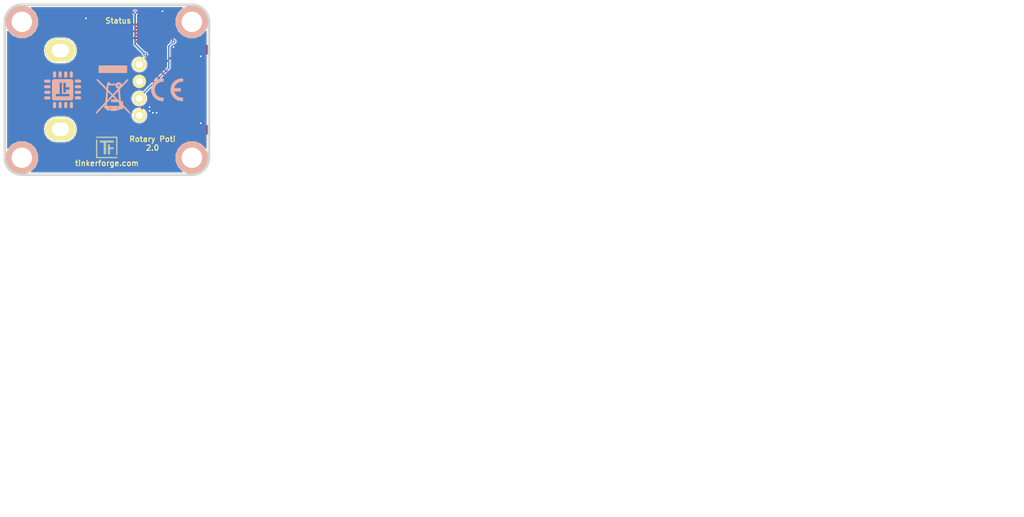
<source format=kicad_pcb>
(kicad_pcb (version 20171130) (host pcbnew 5.0.2-bee76a0~70~ubuntu18.04.1)
  (title_block (title "Rotary Poti Bricklet") (date 2018-06-22) (rev 2.0) (company "Tinkerforge GmbH") (comment 1 "Licensed under CERN OHL v.1.1") (comment 2 "Copyright (©) 2018, L.Lauer <lukas@tinkerforge.com>"))
  (layers (0 Vorderseite signal) (31 Rückseite signal hide) (34 B.Paste user) (35 F.Paste user) (36 B.SilkS user) (37 F.SilkS user) (38 B.Mask user) (39 F.Mask user) (44 Edge.Cuts user))
  (net 0 "")
  (net 1 GND)
  (net 2 IN_1)
  (net 3 VCC)
  (net 4 "Net-(C1-Pad1)")
  (net 5 "Net-(D1-Pad2)")
  (net 6 "Net-(P1-Pad1)")
  (net 7 "Net-(P1-Pad4)")
  (net 8 "Net-(P1-Pad5)")
  (net 9 "Net-(P1-Pad6)")
  (net 10 "Net-(P2-Pad1)")
  (net 11 "Net-(P3-Pad2)")
  (net 12 "Net-(R3-Pad1)")
  (net 13 S-MISO)
  (net 14 S-MOSI)
  (net 15 S-CLK)
  (net 16 S-CS)
  (net 17 "Net-(U1-Pad3)")
  (net 18 "Net-(U1-Pad4)")
  (net 19 "Net-(U1-Pad5)")
  (net 20 "Net-(U1-Pad6)")
  (net 21 "Net-(U1-Pad7)")
  (net 22 "Net-(U1-Pad8)")
  (net 23 "Net-(U1-Pad11)")
  (net 24 "Net-(U1-Pad12)")
  (net 25 "Net-(U1-Pad14)")
  (net 26 "Net-(U1-Pad16)")
  (net 27 "Net-(U1-Pad19)")
  (net 28 "Net-(U1-Pad20)")
  (net 29 "Net-(U1-Pad21)")
  (net 30 "Net-(U1-Pad18)")
  (module kicad-libraries:Logo_31x31 (layer Vorderseite) (at 146.8 109.1)
    (fp_text reference Ref** hide)
    (fp_text value Val** hide)
  )
  (module kicad-libraries:DRILL_NP (layer Vorderseite) (at 160.9 112.2 90)
    (fp_text reference U5 hide)
    (fp_text value DRILL hide)
    (pad "" np_thru_hole circle (at 0 0 90) (size 2.99974 2.99974) (drill 2.99974) (layers *.Cu *.Mask F.SilkS) (clearance 0.89916))
  )
  (module kicad-libraries:DRILL_NP (layer Vorderseite) (at 160.9 92.2)
    (fp_text reference U4 hide)
    (fp_text value DRILL hide)
    (pad "" np_thru_hole circle (at 0 0) (size 2.99974 2.99974) (drill 2.99974) (layers *.Cu *.Mask F.SilkS) (clearance 0.89916))
  )
  (module kicad-libraries:DRILL_NP (layer Vorderseite) (at 135.9 112.2)
    (fp_text reference U3 hide)
    (fp_text value DRILL hide)
    (pad "" np_thru_hole circle (at 0 0) (size 2.99974 2.99974) (drill 2.99974) (layers *.Cu *.Mask F.SilkS) (clearance 0.89916))
  )
  (module kicad-libraries:Fiducial_Mark (layer Vorderseite) (at 155.9 113.2)
    (fp_text reference Fiducial_Mark hide)
    (fp_text value VAL** hide)
    (pad 1 smd circle (at 0 0) (size 1.00076 1.00076) (layers Vorderseite F.Paste F.Mask) (clearance 0.65024))
  )
  (module kicad-libraries:Fiducial_Mark (layer Vorderseite) (at 140.9 91.2)
    (fp_text reference Fiducial_Mark hide)
    (fp_text value VAL** hide)
    (pad 1 smd circle (at 0 0) (size 1.00076 1.00076) (layers Vorderseite F.Paste F.Mask) (clearance 0.65024))
  )
  (module kicad-libraries:CE_5mm (layer Rückseite) (at 157.3 102.2)
    (fp_text reference VAL hide)
    (fp_text value CE_5mm hide)
  )
  (module kicad-libraries:WEEE_7mm (layer Rückseite) (at 149.3 102.2)
    (fp_text reference VAL hide)
    (fp_text value WEEE_7mm hide)
  )
  (module kicad-libraries:C0402F (layer Vorderseite) (at 158.2 97 90)
    (fp_text reference C1)
    (fp_text value 220pF)
    (pad 2 smd rect (at 0.5 0 90) (size 0.6 0.7) (layers Vorderseite F.Paste F.Mask) (net 1 GND))
    (pad 1 smd rect (at -0.5 0 90) (size 0.6 0.7) (layers Vorderseite F.Paste F.Mask) (net 4 "Net-(C1-Pad1)"))
  )
  (module kicad-libraries:C0805 (layer Vorderseite) (at 156.9 104.1 270)
    (fp_text reference C3)
    (fp_text value 10uF)
    (pad 1 smd rect (at -1.00076 0 270) (size 1.00076 1.24968) (layers Vorderseite F.Paste F.Mask) (net 3 VCC) (clearance 0.14986))
    (pad 2 smd rect (at 1.00076 0 270) (size 1.00076 1.24968) (layers Vorderseite F.Paste F.Mask) (net 1 GND) (clearance 0.14986))
  )
  (module kicad-libraries:C0603F (layer Vorderseite) (at 155.4 104.1 270)
    (fp_text reference C4)
    (fp_text value 1uF)
    (pad 1 smd rect (at -0.75 0 270) (size 0.9 0.9) (layers Vorderseite F.Paste F.Mask) (net 3 VCC))
    (pad 2 smd rect (at 0.75 0 270) (size 0.9 0.9) (layers Vorderseite F.Paste F.Mask) (net 1 GND))
  )
  (module kicad-libraries:C0603F (layer Vorderseite) (at 155.1 90.65)
    (fp_text reference C5)
    (fp_text value 100nF)
    (pad 1 smd rect (at -0.75 0) (size 0.9 0.9) (layers Vorderseite F.Paste F.Mask) (net 3 VCC))
    (pad 2 smd rect (at 0.75 0) (size 0.9 0.9) (layers Vorderseite F.Paste F.Mask) (net 1 GND))
  )
  (module kicad-libraries:D0603F (layer Vorderseite) (at 150.06 90.82 180)
    (fp_text reference D1)
    (fp_text value blue)
    (pad 1 smd rect (at -0.75 0 180) (size 0.9 0.9) (layers Vorderseite F.Paste F.Mask) (net 3 VCC))
    (pad 2 smd rect (at 0.75 0 180) (size 0.9 0.9) (layers Vorderseite F.Paste F.Mask) (net 5 "Net-(D1-Pad2)"))
  )
  (module kicad-libraries:CON-SENSOR2 (layer Vorderseite) (at 163.4 102.2 90)
    (fp_text reference P1)
    (fp_text value CON-SENSOR2)
    (pad 1 smd rect (at -3.75 -4.6 90) (size 0.6 1.8) (layers Vorderseite F.Paste F.Mask) (net 6 "Net-(P1-Pad1)"))
    (pad 2 smd rect (at -2.5 -4.6 90) (size 0.6 1.8) (layers Vorderseite F.Paste F.Mask) (net 1 GND))
    (pad EP smd rect (at -5.9 -1.2 90) (size 1.4 2.4) (layers Vorderseite F.Paste F.Mask) (net 1 GND))
    (pad EP smd rect (at 5.9 -1.2 90) (size 1.4 2.4) (layers Vorderseite F.Paste F.Mask) (net 1 GND))
    (pad 3 smd rect (at -1.25 -4.6 90) (size 0.6 1.8) (layers Vorderseite F.Paste F.Mask) (net 3 VCC))
    (pad 4 smd rect (at 0 -4.6 90) (size 0.6 1.8) (layers Vorderseite F.Paste F.Mask) (net 7 "Net-(P1-Pad4)"))
    (pad 5 smd rect (at 1.25 -4.6 90) (size 0.6 1.8) (layers Vorderseite F.Paste F.Mask) (net 8 "Net-(P1-Pad5)"))
    (pad 6 smd rect (at 2.5 -4.6 90) (size 0.6 1.8) (layers Vorderseite F.Paste F.Mask) (net 9 "Net-(P1-Pad6)"))
    (pad 7 smd rect (at 3.75 -4.6 90) (size 0.6 1.8) (layers Vorderseite F.Paste F.Mask) (net 4 "Net-(C1-Pad1)"))
  )
  (module kicad-libraries:DEBUG_PAD (layer Vorderseite) (at 150.21 93.57)
    (fp_text reference P2)
    (fp_text value DEBUG)
    (pad 1 smd circle (at 0 0) (size 0.7 0.7) (layers Vorderseite F.Paste F.Mask) (net 10 "Net-(P2-Pad1)"))
  )
  (module kicad-libraries:SolderJumper (layer Vorderseite) (at 144.35 91.93 270)
    (fp_text reference P3)
    (fp_text value BOOT)
    (pad 2 smd rect (at 0.55 0 270) (size 0.3 1.4) (layers Vorderseite F.Mask) (net 11 "Net-(P3-Pad2)"))
    (pad 2 smd rect (at 0.15 0 270) (size 0.6 0.5) (layers Vorderseite F.Mask) (net 11 "Net-(P3-Pad2)"))
    (pad 1 smd rect (at -0.5 0 270) (size 0.4 1.4) (layers Vorderseite F.Mask) (net 1 GND))
    (pad 1 smd rect (at -0.225 0.55 270) (size 0.95 0.3) (layers Vorderseite F.Mask) (net 1 GND))
    (pad 1 smd rect (at -0.225 -0.55 270) (size 0.95 0.3) (layers Vorderseite F.Mask) (net 1 GND))
  )
  (module kicad-libraries:R0603F (layer Vorderseite) (at 147.09 90.82)
    (fp_text reference R3)
    (fp_text value 1k)
    (pad 1 smd rect (at -0.75 0) (size 0.9 0.9) (layers Vorderseite F.Paste F.Mask) (net 12 "Net-(R3-Pad1)"))
    (pad 2 smd rect (at 0.75 0) (size 0.9 0.9) (layers Vorderseite F.Paste F.Mask) (net 5 "Net-(D1-Pad2)"))
  )
  (module kicad-libraries:4X0402 (layer Vorderseite) (at 156.1 97.6)
    (fp_text reference RP1)
    (fp_text value 82)
    (pad 1 smd rect (at -0.7493 0.575 180) (size 0.29972 0.65) (layers Vorderseite F.Paste F.Mask) (net 7 "Net-(P1-Pad4)"))
    (pad 2 smd rect (at -0.24892 0.575 180) (size 0.29972 0.65) (layers Vorderseite F.Paste F.Mask) (net 8 "Net-(P1-Pad5)"))
    (pad 3 smd rect (at 0.24892 0.575 180) (size 0.29972 0.65) (layers Vorderseite F.Paste F.Mask) (net 9 "Net-(P1-Pad6)"))
    (pad 4 smd rect (at 0.7493 0.575 180) (size 0.29972 0.65) (layers Vorderseite F.Paste F.Mask) (net 4 "Net-(C1-Pad1)"))
    (pad 5 smd rect (at 0.7493 -0.575) (size 0.29972 0.65) (layers Vorderseite F.Paste F.Mask) (net 13 S-MISO))
    (pad 6 smd rect (at 0.24892 -0.575) (size 0.29972 0.65) (layers Vorderseite F.Paste F.Mask) (net 14 S-MOSI))
    (pad 7 smd rect (at -0.24892 -0.575) (size 0.29972 0.65) (layers Vorderseite F.Paste F.Mask) (net 15 S-CLK))
    (pad 8 smd rect (at -0.7493 -0.575) (size 0.29972 0.65) (layers Vorderseite F.Paste F.Mask) (net 16 S-CS))
  )
  (module F11KH (layer Vorderseite) (at 147.674 102.22324 90)
    (fp_text reference RV1)
    (fp_text value F11KH)
    (pad 1 thru_hole circle (at -3.74904 5.4991 90) (size 1.99898 1.99898) (drill 1.00076) (layers *.Cu *.Mask F.SilkS) (net 3 VCC))
    (pad 2 thru_hole circle (at -1.24968 5.4991 90) (size 1.99898 1.99898) (drill 1.00076) (layers *.Cu *.Mask F.SilkS) (net 2 IN_1))
    (pad 3 thru_hole circle (at 1.24968 5.4991 90) (size 1.99898 1.99898) (drill 1.00076) (layers *.Cu *.Mask F.SilkS) (net 1 GND))
    (pad "" thru_hole circle (at 3.74904 5.4991 90) (size 1.99898 1.99898) (drill 1.00076) (layers *.Cu *.Mask F.SilkS))
    (pad "" thru_hole oval (at 5.79882 -6.10108 90) (size 3.50012 4.50088) (drill oval 1.99898 2.49936) (layers *.Cu *.Mask F.SilkS))
    (pad "" thru_hole oval (at -5.79882 -6.10108 90) (size 3.50012 4.50088) (drill oval 1.99898 2.49936) (layers *.Cu *.Mask F.SilkS))
  )
  (module kicad-libraries:QFN24-4x4mm-0.5mm (layer Vorderseite) (at 155.1 93.85 180)
    (fp_text reference U1)
    (fp_text value XMC1100)
    (pad 1 smd oval (at -2.025 -1.25 180) (size 1 0.3) (layers Vorderseite F.Paste F.Mask) (net 13 S-MISO))
    (pad 2 smd oval (at -2.025 -0.75 180) (size 1 0.3) (layers Vorderseite F.Paste F.Mask) (net 2 IN_1))
    (pad 3 smd oval (at -2.025 -0.25 180) (size 1 0.3) (layers Vorderseite F.Paste F.Mask) (net 17 "Net-(U1-Pad3)"))
    (pad 4 smd oval (at -2.025 0.25 180) (size 1 0.3) (layers Vorderseite F.Paste F.Mask) (net 18 "Net-(U1-Pad4)"))
    (pad 5 smd oval (at -2.025 0.75 180) (size 1 0.3) (layers Vorderseite F.Paste F.Mask) (net 19 "Net-(U1-Pad5)"))
    (pad 6 smd oval (at -2.025 1.25 180) (size 1 0.3) (layers Vorderseite F.Paste F.Mask) (net 20 "Net-(U1-Pad6)"))
    (pad 7 smd oval (at -1.25 2.025 270) (size 1 0.3) (layers Vorderseite F.Paste F.Mask) (net 21 "Net-(U1-Pad7)"))
    (pad 8 smd oval (at -0.75 2.025 270) (size 1 0.3) (layers Vorderseite F.Paste F.Mask) (net 22 "Net-(U1-Pad8)"))
    (pad 9 smd oval (at -0.25 2.025 270) (size 1 0.3) (layers Vorderseite F.Paste F.Mask) (net 1 GND))
    (pad 10 smd oval (at 0.25 2.025 270) (size 1 0.3) (layers Vorderseite F.Paste F.Mask) (net 3 VCC))
    (pad 11 smd oval (at 0.75 2.025 270) (size 1 0.3) (layers Vorderseite F.Paste F.Mask) (net 23 "Net-(U1-Pad11)"))
    (pad 12 smd oval (at 1.25 2.025 270) (size 1 0.3) (layers Vorderseite F.Paste F.Mask) (net 24 "Net-(U1-Pad12)"))
    (pad 13 smd oval (at 2.025 1.25 180) (size 1 0.3) (layers Vorderseite F.Paste F.Mask) (net 12 "Net-(R3-Pad1)"))
    (pad 14 smd oval (at 2.025 0.75 180) (size 1 0.3) (layers Vorderseite F.Paste F.Mask) (net 25 "Net-(U1-Pad14)"))
    (pad 15 smd oval (at 2.025 0.25 180) (size 1 0.3) (layers Vorderseite F.Paste F.Mask) (net 10 "Net-(P2-Pad1)"))
    (pad 16 smd oval (at 2.025 -0.25 180) (size 1 0.3) (layers Vorderseite F.Paste F.Mask) (net 26 "Net-(U1-Pad16)"))
    (pad 17 smd oval (at 2.025 -0.75 180) (size 1 0.3) (layers Vorderseite F.Paste F.Mask) (net 11 "Net-(P3-Pad2)"))
    (pad 18 smd oval (at 2.025 -1.25 180) (size 1 0.3) (layers Vorderseite F.Paste F.Mask) (net 30 "Net-(U1-Pad18)"))
    (pad 19 smd oval (at 1.25 -2.025 270) (size 1 0.3) (layers Vorderseite F.Paste F.Mask) (net 27 "Net-(U1-Pad19)"))
    (pad 20 smd oval (at 0.75 -2.025 270) (size 1 0.3) (layers Vorderseite F.Paste F.Mask) (net 28 "Net-(U1-Pad20)"))
    (pad 21 smd oval (at 0.25 -2.025 270) (size 1 0.3) (layers Vorderseite F.Paste F.Mask) (net 29 "Net-(U1-Pad21)"))
    (pad 22 smd oval (at -0.25 -2.025 270) (size 1 0.3) (layers Vorderseite F.Paste F.Mask) (net 16 S-CS))
    (pad 23 smd oval (at -0.75 -2.025 270) (size 1 0.3) (layers Vorderseite F.Paste F.Mask) (net 15 S-CLK))
    (pad 24 smd oval (at -1.25 -2.025 270) (size 1 0.3) (layers Vorderseite F.Paste F.Mask) (net 14 S-MOSI))
    (pad EXP smd rect (at 0.65 0.65 180) (size 1.3 1.3) (layers Vorderseite F.Paste F.Mask) (net 1 GND))
    (pad EXP smd rect (at 0.65 -0.65 180) (size 1.3 1.3) (layers Vorderseite F.Paste F.Mask) (net 1 GND))
    (pad EXP smd rect (at -0.65 0.65 180) (size 1.3 1.3) (layers Vorderseite F.Paste F.Mask) (net 1 GND))
    (pad EXP smd rect (at -0.65 -0.65 180) (size 1.3 1.3) (layers Vorderseite F.Paste F.Mask) (net 1 GND))
  )
  (module kicad-libraries:DRILL_NP (layer Vorderseite) (at 135.9 92.2)
    (fp_text reference U6 hide)
    (fp_text value DRILL hide)
    (pad "" np_thru_hole circle (at 0 0) (size 2.99974 2.99974) (drill 2.99974) (layers *.Cu *.Mask F.SilkS) (clearance 0.89916))
  )
  (module kicad-libraries:Logo_CoMCU (layer Rückseite) (at 141.9 102.2)
    (fp_text reference G*** hide)
    (fp_text value LOGO hide)
  )
  (gr_text Status (at 150.07 92.04) (layer F.SilkS) (effects (font (size 0.8 0.8))))
  (gr_line (start 135.9 114.7) (end 160.9 114.7) (angle 90) (layer Edge.Cuts) (width 0.381))
  (gr_line (start 133.4 92.2) (end 133.4 112.2) (angle 90) (layer Edge.Cuts) (width 0.381))
  (gr_line (start 160.9 89.7) (end 135.9 89.7) (angle 90) (layer Edge.Cuts) (width 0.381))
  (gr_line (start 163.4 112.2) (end 163.4 92.2) (angle 90) (layer Edge.Cuts) (width 0.381))
  (gr_arc (start 160.9 112.2) (end 163.4 112.2) (angle 90) (layer Edge.Cuts) (width 0.381))
  (gr_arc (start 160.9 92.2) (end 160.9 89.7) (angle 90) (layer Edge.Cuts) (width 0.381))
  (gr_arc (start 135.9 92.2) (end 133.4 92.2) (angle 90) (layer Edge.Cuts) (width 0.381))
  (gr_arc (start 135.9 112.2) (end 135.9 114.7) (angle 90) (layer Edge.Cuts) (width 0.381))
  (gr_text tinkerforge.com (at 148.4 113) (layer F.SilkS) (effects (font (size 0.8001 0.8001) (thickness 0.14986))))
  (gr_text "Rotary Poti\n2.0" (at 155.1 110.1) (layer F.SilkS) (effects (font (size 0.8 0.8))))
  (segment (start 158.2 96.5) (end 158.2 95.92) (width 0.55) (layer Vorderseite) (net 1))
  (via (at 158.2 95.92) (size 0.55) (drill 0.24892) (layers Vorderseite Rückseite) (net 1))
  (segment (start 144.9 91.705) (end 145.325 91.705) (width 0.25) (layer Vorderseite) (net 1))
  (via (at 145.33 91.7) (size 0.55) (drill 0.24892) (layers Vorderseite Rückseite) (net 1))
  (segment (start 145.325 91.705) (end 145.33 91.7) (width 0.25) (layer Vorderseite) (net 1))
  (segment (start 144.35 91.43) (end 144.78 91.43) (width 0.25) (layer Vorderseite) (net 1))
  (segment (start 144.78 91.43) (end 144.91 91.56) (width 0.25) (layer Vorderseite) (net 1))
  (segment (start 144.91 91.56) (end 144.91 91.78) (width 0.25) (layer Vorderseite) (net 1))
  (segment (start 144.91 91.78) (end 144.9 91.705) (width 0.25) (layer Vorderseite) (net 1))
  (segment (start 143.8 91.705) (end 143.8 91.56) (width 0.25) (layer Vorderseite) (net 1))
  (segment (start 143.8 91.56) (end 143.9 91.46) (width 0.25) (layer Vorderseite) (net 1))
  (segment (start 143.9 91.46) (end 144.28 91.46) (width 0.25) (layer Vorderseite) (net 1))
  (segment (start 144.28 91.46) (end 144.35 91.43) (width 0.25) (layer Vorderseite) (net 1))
  (segment (start 155.35 91.825) (end 155.35 91.15) (width 0.25) (layer Vorderseite) (net 1))
  (segment (start 155.35 91.15) (end 155.85 90.65) (width 0.25) (layer Vorderseite) (net 1))
  (segment (start 155.35 91.825) (end 155.35 92.8) (width 0.2) (layer Vorderseite) (net 1))
  (segment (start 155.35 92.8) (end 155.75 93.2) (width 0.2) (layer Vorderseite) (net 1))
  (segment (start 154.45 93.2) (end 154.45 94.5) (width 0.2) (layer Vorderseite) (net 1))
  (segment (start 154.45 94.5) (end 155.75 94.5) (width 0.2) (layer Vorderseite) (net 1))
  (segment (start 155.75 94.5) (end 155.75 93.2) (width 0.2) (layer Vorderseite) (net 1))
  (segment (start 155.75 93.2) (end 154.45 93.2) (width 0.2) (layer Vorderseite) (net 1))
  (segment (start 155.85 90.65) (end 156.58 90.65) (width 0.55) (layer Vorderseite) (net 1))
  (via (at 156.58 90.65) (size 0.55) (drill 0.24892) (layers Vorderseite Rückseite) (net 1))
  (segment (start 154.67 104.74) (end 155.29 104.74) (width 0.55) (layer Vorderseite) (net 1))
  (via (at 154.67 104.74) (size 0.55) (drill 0.24892) (layers Vorderseite Rückseite) (net 1))
  (segment (start 155.29 104.74) (end 155.4 104.85) (width 0.55) (layer Vorderseite) (net 1))
  (segment (start 154.67 105.3) (end 154.67 104.74) (width 0.55) (layer Vorderseite) (net 1))
  (segment (start 154.78 104.85) (end 154.67 104.74) (width 0.55) (layer Vorderseite) (net 1))
  (segment (start 154.78 104.85) (end 155.4 104.85) (width 0.55) (layer Vorderseite) (net 1))
  (via (at 154.67 105.3) (size 0.55) (drill 0.24892) (layers Vorderseite Rückseite) (net 1))
  (segment (start 155.16 105.58) (end 155.72 105.58) (width 0.55) (layer Vorderseite) (net 1))
  (via (at 155.72 105.58) (size 0.55) (drill 0.24892) (layers Vorderseite Rückseite) (net 1))
  (segment (start 155.72 105.58) (end 155.4 105.26) (width 0.55) (layer Vorderseite) (net 1))
  (via (at 155.16 105.58) (size 0.55) (drill 0.24892) (layers Vorderseite Rückseite) (net 1))
  (segment (start 155.4 105.34) (end 155.16 105.58) (width 0.55) (layer Vorderseite) (net 1))
  (segment (start 155.4 105.34) (end 155.4 104.85) (width 0.55) (layer Vorderseite) (net 1))
  (segment (start 155.16 105.58) (end 154.95 105.58) (width 0.55) (layer Vorderseite) (net 1))
  (segment (start 154.95 105.58) (end 154.67 105.3) (width 0.55) (layer Vorderseite) (net 1))
  (segment (start 155.12 104.85) (end 154.67 105.3) (width 0.55) (layer Vorderseite) (net 1))
  (segment (start 155.4 104.85) (end 155.4 105.26) (width 0.55) (layer Vorderseite) (net 1))
  (segment (start 156.9 105.10076) (end 156.28076 105.10076) (width 0.55) (layer Vorderseite) (net 1))
  (segment (start 156.28076 105.10076) (end 156.03 104.85) (width 0.55) (layer Vorderseite) (net 1))
  (segment (start 156.03 104.85) (end 155.4 104.85) (width 0.55) (layer Vorderseite) (net 1))
  (segment (start 158.8 104.7) (end 157.87 104.7) (width 0.55) (layer Vorderseite) (net 1))
  (segment (start 157.87 104.7) (end 157.46924 105.10076) (width 0.55) (layer Vorderseite) (net 1))
  (segment (start 157.46924 105.10076) (end 156.9 105.10076) (width 0.55) (layer Vorderseite) (net 1))
  (segment (start 162.2 108.1) (end 162.2 107.12) (width 0.55) (layer Vorderseite) (net 1))
  (via (at 162.2 107.12) (size 0.55) (drill 0.24892) (layers Vorderseite Rückseite) (net 1))
  (segment (start 162.2 96.3) (end 162.2 97.28) (width 0.55) (layer Vorderseite) (net 1))
  (via (at 162.2 97.28) (size 0.55) (drill 0.24892) (layers Vorderseite Rückseite) (net 1))
  (segment (start 153.1731 100.97356) (end 153.17564 100.97356) (width 0.29972) (layer Vorderseite) (net 1))
  (segment (start 153.1731 100.97356) (end 153.17564 100.97356) (width 0.29972) (layer Rückseite) (net 1))
  (segment (start 158.2 95.1) (end 158.2 94.92) (width 0.2) (layer Vorderseite) (net 2))
  (segment (start 157.88 94.6) (end 157.125 94.6) (width 0.2) (layer Vorderseite) (net 2))
  (segment (start 158.2 94.92) (end 157.88 94.6) (width 0.2) (layer Vorderseite) (net 2))
  (segment (start 153.1731 103.47292) (end 153.1731 103.3269) (width 0.2) (layer Rückseite) (net 2))
  (segment (start 153.1731 103.3269) (end 157.5 99) (width 0.2) (layer Rückseite) (net 2))
  (segment (start 157.5 99) (end 157.5 95.8) (width 0.2) (layer Rückseite) (net 2))
  (segment (start 157.5 95.8) (end 158.2 95.1) (width 0.2) (layer Rückseite) (net 2))
  (via (at 158.2 95.1) (size 0.55) (drill 0.24892) (layers Vorderseite Rückseite) (net 2))
  (segment (start 153.1731 105.97228) (end 153.1731 105.3669) (width 0.25) (layer Vorderseite) (net 3))
  (segment (start 153.1731 105.3669) (end 154.48 104.06) (width 0.25) (layer Vorderseite) (net 3))
  (segment (start 154.69 103.35) (end 155.4 103.35) (width 0.25) (layer Vorderseite) (net 3))
  (segment (start 154.48 103.56) (end 154.69 103.35) (width 0.25) (layer Vorderseite) (net 3))
  (segment (start 154.48 104.06) (end 154.48 103.56) (width 0.25) (layer Vorderseite) (net 3))
  (segment (start 155.4 103.35) (end 155.4 101.14) (width 0.25) (layer Vorderseite) (net 3))
  (via (at 152.55 90.83) (size 0.55) (drill 0.24892) (layers Vorderseite Rückseite) (net 3))
  (segment (start 152.55 95.53) (end 152.55 90.83) (width 0.25) (layer Rückseite) (net 3))
  (segment (start 154.05 97.03) (end 152.55 95.53) (width 0.25) (layer Rückseite) (net 3))
  (via (at 154.05 97.03) (size 0.55) (drill 0.24892) (layers Vorderseite Rückseite) (net 3))
  (segment (start 154.69 97.67) (end 154.05 97.03) (width 0.25) (layer Vorderseite) (net 3))
  (segment (start 154.69 100.43) (end 154.69 97.67) (width 0.25) (layer Vorderseite) (net 3))
  (segment (start 155.4 101.14) (end 154.69 100.43) (width 0.25) (layer Vorderseite) (net 3))
  (segment (start 152.55 90.83) (end 152.55 90.82) (width 0.25) (layer Vorderseite) (net 3))
  (segment (start 152.55 90.82) (end 152.55 90.83) (width 0.25) (layer Vorderseite) (net 3))
  (segment (start 152.55 90.83) (end 152.55 90.82) (width 0.25) (layer Vorderseite) (net 3))
  (segment (start 150.81 90.82) (end 152.55 90.82) (width 0.25) (layer Vorderseite) (net 3))
  (segment (start 152.55 90.82) (end 154.18 90.82) (width 0.25) (layer Vorderseite) (net 3))
  (segment (start 154.18 90.82) (end 154.35 90.65) (width 0.25) (layer Vorderseite) (net 3))
  (segment (start 154.85 91.825) (end 154.85 91.15) (width 0.25) (layer Vorderseite) (net 3))
  (segment (start 154.85 91.15) (end 154.35 90.65) (width 0.25) (layer Vorderseite) (net 3))
  (segment (start 156.9 103.09924) (end 156.27076 103.09924) (width 0.55) (layer Vorderseite) (net 3))
  (segment (start 156.02 103.35) (end 155.4 103.35) (width 0.55) (layer Vorderseite) (net 3))
  (segment (start 156.27076 103.09924) (end 156.02 103.35) (width 0.55) (layer Vorderseite) (net 3))
  (segment (start 158.8 103.45) (end 157.92 103.45) (width 0.55) (layer Vorderseite) (net 3))
  (segment (start 157.92 103.45) (end 157.56924 103.09924) (width 0.55) (layer Vorderseite) (net 3))
  (segment (start 157.56924 103.09924) (end 156.9 103.09924) (width 0.55) (layer Vorderseite) (net 3))
  (segment (start 153.1731 105.97228) (end 153.17564 105.97228) (width 0.29972) (layer Vorderseite) (net 3))
  (segment (start 156.8493 98.175) (end 157.085 98.175) (width 0.2) (layer Vorderseite) (net 4))
  (segment (start 157.76 97.5) (end 158.2 97.5) (width 0.2) (layer Vorderseite) (net 4))
  (segment (start 157.085 98.175) (end 157.76 97.5) (width 0.2) (layer Vorderseite) (net 4))
  (segment (start 158.2 97.5) (end 158.2 98.15) (width 0.2) (layer Vorderseite) (net 4))
  (segment (start 158.2 98.15) (end 158.5 98.45) (width 0.2) (layer Vorderseite) (net 4))
  (segment (start 158.5 98.45) (end 158.8 98.45) (width 0.2) (layer Vorderseite) (net 4))
  (segment (start 149.31 90.82) (end 147.84 90.82) (width 0.25) (layer Vorderseite) (net 5))
  (segment (start 158.8 102.2) (end 157.83 102.2) (width 0.2) (layer Vorderseite) (net 7))
  (segment (start 155.3507 99.7207) (end 155.3507 98.175) (width 0.2) (layer Vorderseite) (net 7))
  (segment (start 157.83 102.2) (end 155.3507 99.7207) (width 0.2) (layer Vorderseite) (net 7))
  (segment (start 158.8 100.95) (end 157.78 100.95) (width 0.2) (layer Vorderseite) (net 8))
  (segment (start 155.85108 99.02108) (end 155.85108 98.175) (width 0.2) (layer Vorderseite) (net 8))
  (segment (start 157.78 100.95) (end 155.85108 99.02108) (width 0.2) (layer Vorderseite) (net 8))
  (segment (start 158.8 99.7) (end 157.36 99.7) (width 0.2) (layer Vorderseite) (net 9))
  (segment (start 156.34892 98.68892) (end 156.34892 98.175) (width 0.2) (layer Vorderseite) (net 9))
  (segment (start 157.36 99.7) (end 156.34892 98.68892) (width 0.2) (layer Vorderseite) (net 9))
  (segment (start 153.075 93.6) (end 150.24 93.6) (width 0.25) (layer Vorderseite) (net 10))
  (segment (start 150.24 93.6) (end 150.21 93.57) (width 0.25) (layer Vorderseite) (net 10))
  (segment (start 144.35 92.48) (end 144.35 92.08) (width 0.25) (layer Vorderseite) (net 11))
  (segment (start 153.075 94.6) (end 145.12 94.6) (width 0.25) (layer Vorderseite) (net 11))
  (segment (start 144.35 93.83) (end 144.35 92.48) (width 0.25) (layer Vorderseite) (net 11))
  (segment (start 145.12 94.6) (end 144.35 93.83) (width 0.25) (layer Vorderseite) (net 11))
  (segment (start 153.075 92.6) (end 152.2 92.6) (width 0.25) (layer Vorderseite) (net 12))
  (segment (start 146.34 91.77) (end 146.34 90.82) (width 0.25) (layer Vorderseite) (net 12))
  (segment (start 147.34 92.77) (end 146.34 91.77) (width 0.25) (layer Vorderseite) (net 12))
  (segment (start 152.03 92.77) (end 147.34 92.77) (width 0.25) (layer Vorderseite) (net 12))
  (segment (start 152.2 92.6) (end 152.03 92.77) (width 0.25) (layer Vorderseite) (net 12))
  (segment (start 156.8493 97.025) (end 156.8493 96.4707) (width 0.2) (layer Vorderseite) (net 13))
  (segment (start 157.125 96.195) (end 157.125 95.1) (width 0.2) (layer Vorderseite) (net 13))
  (segment (start 156.8493 96.4707) (end 157.125 96.195) (width 0.2) (layer Vorderseite) (net 13))
  (segment (start 156.35 95.875) (end 156.35 97.02392) (width 0.2) (layer Vorderseite) (net 14))
  (segment (start 156.35 97.02392) (end 156.34892 97.025) (width 0.2) (layer Vorderseite) (net 14))
  (segment (start 155.85 95.875) (end 155.85 97.02392) (width 0.2) (layer Vorderseite) (net 15))
  (segment (start 155.85 97.02392) (end 155.85108 97.025) (width 0.2) (layer Vorderseite) (net 15))
  (segment (start 155.35 95.875) (end 155.35 97.0243) (width 0.2) (layer Vorderseite) (net 16))
  (segment (start 155.35 97.0243) (end 155.3507 97.025) (width 0.2) (layer Vorderseite) (net 16))
  (zone (net 1) (net_name GND) (layer Rückseite) (connect_pads yes (clearance 0.15)) (min_thickness 0.15) (fill yes (arc_segments 16) (thermal_gap 0.29972) (thermal_bridge_width 0.29972))
    (polygon (pts (xy 163.4 114.7) (xy 133.4 114.7) (xy 133.4 89.7) (xy 163.4 89.7)))
  )
)
</source>
